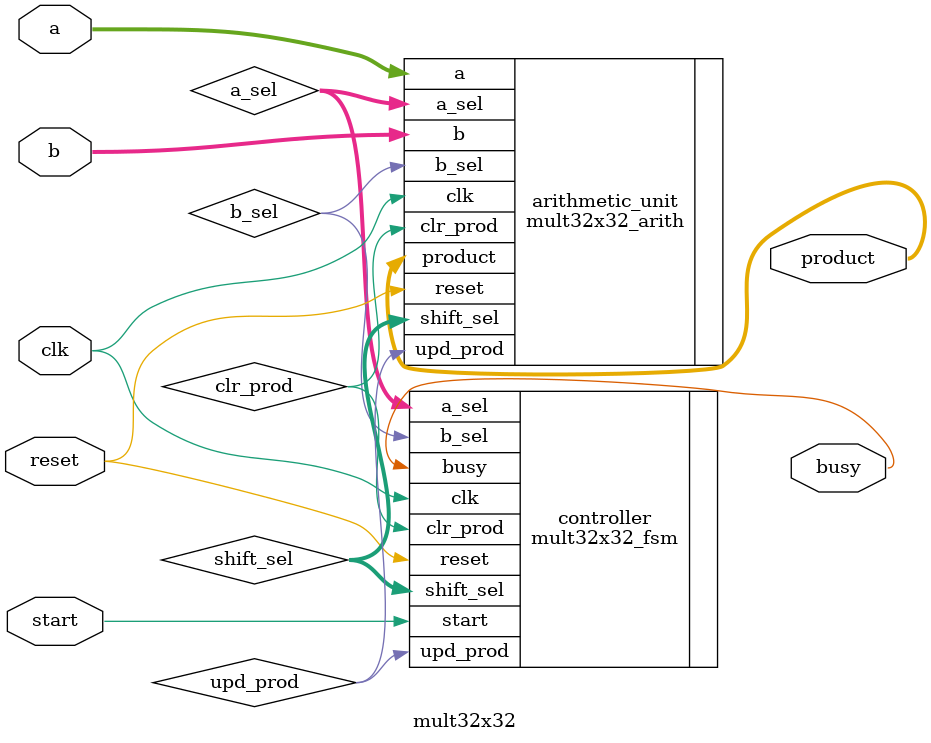
<source format=sv>
module mult32x32 (
	input logic clk,            // Clock
	input logic reset,          // Reset
	input logic start,          // Start signal
	input logic [31:0] a,       // Input a
	input logic [31:0] b,       // Input b
	output logic busy,          // Multiplier busy indication
	output logic [63:0] product // Miltiplication product
);

// Put your code here
// ------------------

	logic [1:0]a_sel;
	logic b_sel;
	logic [2:0]shift_sel;
	logic upd_prod;
	logic clr_prod;

	// Initiallize controller
	mult32x32_fsm controller (
		.clk(clk),
		.reset(reset),
		.start(start),
		.busy(busy),
		.a_sel(a_sel),
		.b_sel(b_sel),
		.shift_sel(shift_sel),
		.upd_prod(upd_prod),
		.clr_prod(clr_prod)
	);

	// Initiallize the arithmetic unit
	mult32x32_arith arithmetic_unit (
		.clk(clk),
		.reset(reset),
		.a(a),
		.b(b),
		.a_sel(a_sel),
		.b_sel(b_sel),
		.shift_sel(shift_sel),
		.upd_prod(upd_prod),
		.clr_prod(clr_prod),
		.product(product)
	);


// End of your code

endmodule

</source>
